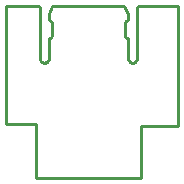
<source format=gbr>
G04 EAGLE Gerber RS-274X export*
G75*
%MOMM*%
%FSLAX34Y34*%
%LPD*%
%IN*%
%IPPOS*%
%AMOC8*
5,1,8,0,0,1.08239X$1,22.5*%
G01*
%ADD10C,0.254000*%


D10*
X31750Y39370D02*
X57150Y39370D01*
X57150Y-6350D01*
X146050Y-6350D01*
X146050Y38100D01*
X177800Y38100D01*
X177800Y139700D01*
X144850Y139700D01*
X144676Y139692D01*
X144503Y139670D01*
X144332Y139632D01*
X144166Y139579D01*
X144005Y139513D01*
X143850Y139432D01*
X143703Y139338D01*
X143564Y139232D01*
X143436Y139114D01*
X143318Y138986D01*
X143212Y138847D01*
X143118Y138700D01*
X143037Y138545D01*
X142971Y138384D01*
X142918Y138218D01*
X142880Y138047D01*
X142858Y137874D01*
X142850Y137700D01*
X142850Y95200D01*
X142835Y94860D01*
X142791Y94523D01*
X142717Y94191D01*
X142615Y93866D01*
X142485Y93552D01*
X142328Y93250D01*
X142145Y92963D01*
X141938Y92693D01*
X141708Y92442D01*
X141457Y92212D01*
X141187Y92005D01*
X140900Y91823D01*
X140598Y91665D01*
X140284Y91535D01*
X139959Y91433D01*
X139627Y91359D01*
X139290Y91315D01*
X138950Y91300D01*
X138610Y91315D01*
X138273Y91359D01*
X137941Y91433D01*
X137616Y91535D01*
X137302Y91665D01*
X137000Y91823D01*
X136713Y92005D01*
X136443Y92212D01*
X136192Y92442D01*
X135962Y92693D01*
X135755Y92963D01*
X135573Y93250D01*
X135415Y93552D01*
X135285Y93866D01*
X135183Y94191D01*
X135109Y94523D01*
X135065Y94860D01*
X135050Y95200D01*
X135050Y112200D01*
X134832Y112210D01*
X134616Y112238D01*
X134403Y112285D01*
X134195Y112351D01*
X133993Y112434D01*
X133800Y112535D01*
X133616Y112652D01*
X133443Y112785D01*
X133282Y112932D01*
X133135Y113093D01*
X133002Y113266D01*
X132885Y113450D01*
X132784Y113643D01*
X132701Y113845D01*
X132635Y114053D01*
X132588Y114266D01*
X132560Y114482D01*
X132550Y114700D01*
X132550Y124700D01*
X132560Y124918D01*
X132588Y125134D01*
X132635Y125347D01*
X132701Y125555D01*
X132784Y125757D01*
X132885Y125950D01*
X133002Y126134D01*
X133135Y126307D01*
X133282Y126468D01*
X133443Y126615D01*
X133616Y126748D01*
X133800Y126865D01*
X133993Y126966D01*
X134195Y127049D01*
X134403Y127115D01*
X134616Y127162D01*
X134832Y127191D01*
X135050Y127200D01*
X135050Y132200D01*
X132050Y139700D01*
X71150Y139700D01*
X68150Y132200D01*
X68150Y127200D01*
X68368Y127191D01*
X68584Y127162D01*
X68797Y127115D01*
X69005Y127049D01*
X69207Y126966D01*
X69400Y126865D01*
X69584Y126748D01*
X69757Y126615D01*
X69918Y126468D01*
X70065Y126307D01*
X70198Y126134D01*
X70315Y125950D01*
X70416Y125757D01*
X70499Y125555D01*
X70565Y125347D01*
X70612Y125134D01*
X70641Y124918D01*
X70650Y124700D01*
X70650Y114700D01*
X70641Y114482D01*
X70612Y114266D01*
X70565Y114053D01*
X70499Y113845D01*
X70416Y113643D01*
X70315Y113450D01*
X70198Y113266D01*
X70065Y113093D01*
X69918Y112932D01*
X69757Y112785D01*
X69584Y112652D01*
X69400Y112535D01*
X69207Y112434D01*
X69005Y112351D01*
X68797Y112285D01*
X68584Y112238D01*
X68368Y112210D01*
X68150Y112200D01*
X68150Y95200D01*
X68135Y94860D01*
X68091Y94523D01*
X68017Y94191D01*
X67915Y93866D01*
X67785Y93552D01*
X67628Y93250D01*
X67445Y92963D01*
X67238Y92693D01*
X67008Y92442D01*
X66757Y92212D01*
X66487Y92005D01*
X66200Y91823D01*
X65898Y91665D01*
X65584Y91535D01*
X65259Y91433D01*
X64927Y91359D01*
X64590Y91315D01*
X64250Y91300D01*
X63910Y91315D01*
X63573Y91359D01*
X63241Y91433D01*
X62916Y91535D01*
X62602Y91665D01*
X62300Y91823D01*
X62013Y92005D01*
X61743Y92212D01*
X61492Y92442D01*
X61262Y92693D01*
X61055Y92963D01*
X60873Y93250D01*
X60715Y93552D01*
X60585Y93866D01*
X60483Y94191D01*
X60409Y94523D01*
X60365Y94860D01*
X60350Y95200D01*
X60350Y137700D01*
X60342Y137874D01*
X60320Y138047D01*
X60282Y138218D01*
X60229Y138384D01*
X60163Y138545D01*
X60082Y138700D01*
X59988Y138847D01*
X59882Y138986D01*
X59764Y139114D01*
X59636Y139232D01*
X59497Y139338D01*
X59350Y139432D01*
X59195Y139513D01*
X59034Y139579D01*
X58868Y139632D01*
X58697Y139670D01*
X58524Y139692D01*
X58350Y139700D01*
X31750Y139700D01*
X31750Y39370D01*
M02*

</source>
